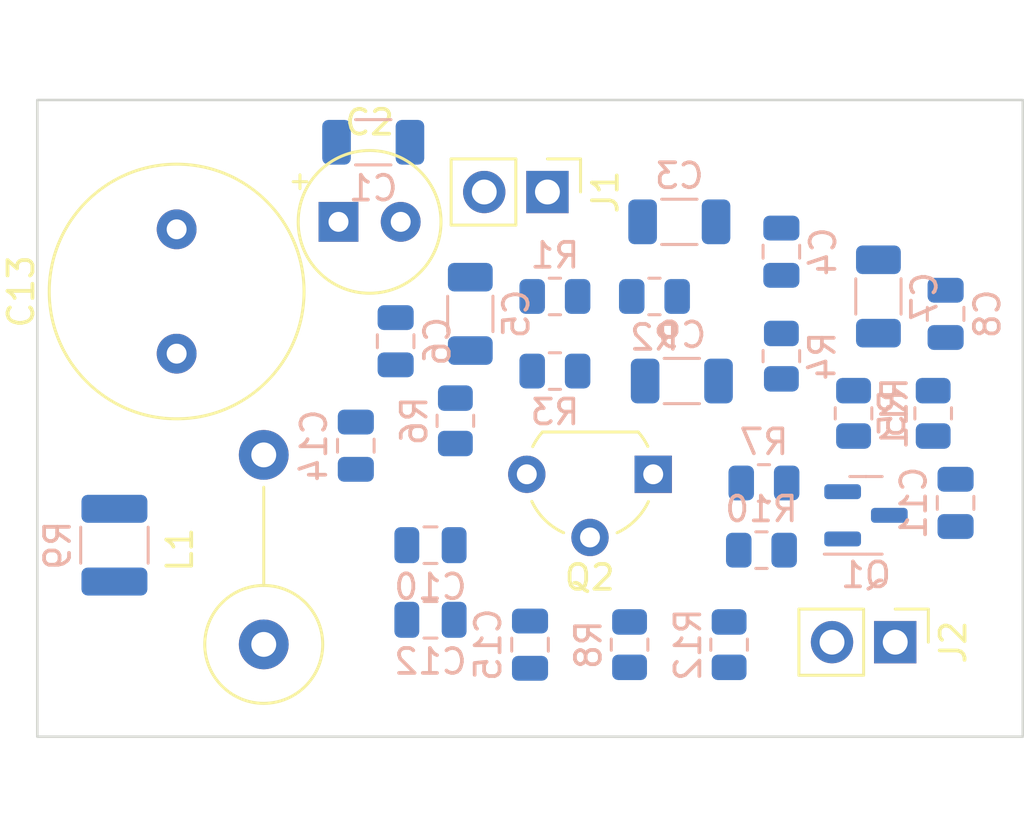
<source format=kicad_pcb>
(kicad_pcb (version 20211014) (generator pcbnew)
  (layers (0 "F.Cu" signal) (31 "B.Cu" signal) (34 "B.Paste" user) (35 "F.Paste" user) (36 "B.SilkS" user "B.Silkscreen") (37 "F.SilkS" user "F.Silkscreen") (38 "B.Mask" user) (39 "F.Mask" user) (44 "Edge.Cuts" user))
  (net 0 "")
  (net 1 "GND")
  (net 2 "+12V")
  (net 3 "Net-(C10-Pad1)")
  (net 4 "Net-(C10-Pad2)")
  (net 5 "Net-(Q1-Pad1)")
  (net 6 "Net-(Q1-Pad3)")
  (net 7 "Net-(C11-Pad1)")
  (net 8 "Net-(C3-Pad1)")
  (net 9 "Net-(C7-Pad1)")
  (net 10 "Net-(C9-Pad1)")
  (net 11 "Net-(C9-Pad2)")
  (net 12 "Net-(C12-Pad2)")
  (net 13 "Net-(C11-Pad2)")
  (footprint "Connector_PinHeader_2.54mm:PinHeader_1x02_P2.54mm_Vertical" (layer "F.Cu") (at 134.675 87.9 -90)
    (fp_text reference "J2" (at 0 -2.33 90) (layer "F.SilkS"))
    (fp_text value "Conn_01x02_Female")
    (fp_line (start -1.33 1.27) (end -1.33 3.87) (layer "F.SilkS") (width 0.12))
    (fp_line (start -1.33 1.27) (end 1.33 1.27) (layer "F.SilkS") (width 0.12))
    (fp_line (start 1.33 1.27) (end 1.33 3.87) (layer "F.SilkS") (width 0.12))
    (fp_line (start -1.33 -1.33) (end 0 -1.33) (layer "F.SilkS") (width 0.12))
    (fp_line (start -1.33 3.87) (end 1.33 3.87) (layer "F.SilkS") (width 0.12))
    (fp_line (start -1.33 0) (end -1.33 -1.33) (layer "F.SilkS") (width 0.12))
    (pad "1" thru_hole rect (at 0 0 270) (size 1.7 1.7) (drill 1) (layers *.Cu *.Mask) (net 13 "Net-(C11-Pad2)"))
    (pad "2" thru_hole oval (at 0 2.54 270) (size 1.7 1.7) (drill 1) (layers *.Cu *.Mask) (net 1 "GND"))
  )
  (footprint "Capacitor_THT:C_Radial_D10.0mm_H12.5mm_P5.00mm" (layer "F.Cu") (at 105.8 76.3 90)
    (fp_text reference "C13" (at 2.5 -6.25 90) (layer "F.SilkS"))
    (fp_text value "3-12pF")
    (fp_circle (center 2.5 0) (end 7.62 0) (layer "F.SilkS") (width 0.12) (fill none))
    (pad "1" thru_hole circle (at 0 0 90) (size 1.6 1.6) (drill 0.8) (layers *.Cu *.Mask) (net 3 "Net-(C10-Pad1)"))
    (pad "2" thru_hole circle (at 5 0 90) (size 1.6 1.6) (drill 0.8) (layers *.Cu *.Mask) (net 1 "GND"))
  )
  (footprint "Capacitor_THT:CP_Radial_Tantal_D5.5mm_P2.50mm" (layer "F.Cu") (at 112.303631 71)
    (fp_text reference "C2" (at 1.25 -4) (layer "F.SilkS"))
    (fp_text value "47u/16V")
    (fp_line (start -1.547262 -1.89) (end -1.547262 -1.34) (layer "F.SilkS") (width 0.12))
    (fp_line (start -1.822262 -1.615) (end -1.272262 -1.615) (layer "F.SilkS") (width 0.12))
    (fp_circle (center 1.25 0) (end 4.12 0) (layer "F.SilkS") (width 0.12) (fill none))
    (pad "1" thru_hole rect (at 0 0) (size 1.6 1.6) (drill 0.8) (layers *.Cu *.Mask) (net 2 "+12V"))
    (pad "2" thru_hole circle (at 2.5 0) (size 1.6 1.6) (drill 0.8) (layers *.Cu *.Mask) (net 1 "GND"))
  )
  (footprint "Connector_PinHeader_2.54mm:PinHeader_1x02_P2.54mm_Vertical" (layer "F.Cu") (at 120.7 69.8 -90)
    (fp_text reference "J1" (at 0 -2.33 90) (layer "F.SilkS"))
    (fp_text value "Conn_01x02_Female")
    (fp_line (start -1.33 1.27) (end -1.33 3.87) (layer "F.SilkS") (width 0.12))
    (fp_line (start 1.33 1.27) (end 1.33 3.87) (layer "F.SilkS") (width 0.12))
    (fp_line (start -1.33 1.27) (end 1.33 1.27) (layer "F.SilkS") (width 0.12))
    (fp_line (start -1.33 -1.33) (end 0 -1.33) (layer "F.SilkS") (width 0.12))
    (fp_line (start -1.33 3.87) (end 1.33 3.87) (layer "F.SilkS") (width 0.12))
    (fp_line (start -1.33 0) (end -1.33 -1.33) (layer "F.SilkS") (width 0.12))
    (pad "1" thru_hole rect (at 0 0 270) (size 1.7 1.7) (drill 1) (layers *.Cu *.Mask) (net 2 "+12V"))
    (pad "2" thru_hole oval (at 0 2.54 270) (size 1.7 1.7) (drill 1) (layers *.Cu *.Mask) (net 1 "GND"))
  )
  (footprint "Package_TO_SOT_THT:TO-92L_Wide" (layer "F.Cu") (at 124.95 81.15 180)
    (fp_text reference "Q2" (at 2.55 -4.15) (layer "F.SilkS"))
    (fp_text value "BF240")
    (fp_line (start 0.6 1.7) (end 4.45 1.7) (layer "F.SilkS") (width 0.12))
    (fp_arc (start 0.192226 -1.094786) (mid 0.710119 -1.833613) (end 1.45 -2.35) (layer "F.SilkS") (width 0.12))
    (fp_arc (start 4.842383 1.112264) (mid 4.666594 1.419753) (end 4.45 1.7) (layer "F.SilkS") (width 0.12))
    (fp_arc (start 0.6 1.7) (mid 0.389183 1.423933) (end 0.217369 1.122045) (layer "F.SilkS") (width 0.12))
    (fp_arc (start 3.6 -2.35) (mid 4.351408 -1.834367) (end 4.876463 -1.089513) (layer "F.SilkS") (width 0.12))
    (pad "1" thru_hole rect (at 0 0 180) (size 1.5 1.5) (drill 0.8) (layers *.Cu *.Mask) (net 11 "Net-(C9-Pad2)"))
    (pad "2" thru_hole circle (at 2.54 -2.54 180) (size 1.5 1.5) (drill 0.8) (layers *.Cu *.Mask) (net 12 "Net-(C12-Pad2)"))
    (pad "3" thru_hole circle (at 5.08 0 180) (size 1.5 1.5) (drill 0.8) (layers *.Cu *.Mask) (net 4 "Net-(C10-Pad2)"))
  )
  (footprint "Inductor_THT:L_Axial_L14.0mm_D4.5mm_P7.62mm_Vertical_Fastron_LACC" (layer "F.Cu") (at 109.3 87.99 90)
    (fp_text reference "L1" (at 3.81 -3.37 90) (layer "F.SilkS"))
    (fp_text value "48nH")
    (fp_line (start 2.37 0) (end 6.32 0) (layer "F.SilkS") (width 0.12))
    (fp_circle (center 0 0) (end 2.37 0) (layer "F.SilkS") (width 0.12) (fill none))
    (pad "1" thru_hole circle (at 0 0 90) (size 2 2) (drill 1) (layers *.Cu *.Mask) (net 1 "GND"))
    (pad "2" thru_hole oval (at 7.62 0 90) (size 2 2) (drill 1) (layers *.Cu *.Mask) (net 3 "Net-(C10-Pad1)"))
  )
  (footprint "Resistor_SMD:R_1210_3225Metric" (layer "B.Cu") (at 103.3 84 -90)
    (fp_text reference "R9" (at 0 2.28 90) (layer "B.SilkS") (effects (justify mirror)))
    (fp_text value "R_Small")
    (fp_line (start -0.723737 -1.355) (end 0.723737 -1.355) (layer "B.SilkS") (width 0.12))
    (fp_line (start -0.723737 1.355) (end 0.723737 1.355) (layer "B.SilkS") (width 0.12))
    (pad "1" smd roundrect (at -1.4625 0 270) (size 1.125 2.65) (layers "B.Cu" "B.Paste" "B.Mask") (roundrect_rratio 0.222222) (net 3 "Net-(C10-Pad1)"))
    (pad "2" smd roundrect (at 1.4625 0 270) (size 1.125 2.65) (layers "B.Cu" "B.Paste" "B.Mask") (roundrect_rratio 0.222222) (net 1 "GND"))
  )
  (footprint "Resistor_SMD:R_0805_2012Metric" (layer "B.Cu") (at 121 74 180)
    (fp_text reference "R1" (at 0 1.65) (layer "B.SilkS") (effects (justify mirror)))
    (fp_text value "100")
    (fp_line (start -0.227064 -0.735) (end 0.227064 -0.735) (layer "B.SilkS") (width 0.12))
    (fp_line (start -0.227064 0.735) (end 0.227064 0.735) (layer "B.SilkS") (width 0.12))
    (pad "1" smd roundrect (at -0.9125 0 180) (size 1.025 1.4) (layers "B.Cu" "B.Paste" "B.Mask") (roundrect_rratio 0.243902) (net 8 "Net-(C3-Pad1)"))
    (pad "2" smd roundrect (at 0.9125 0 180) (size 1.025 1.4) (layers "B.Cu" "B.Paste" "B.Mask") (roundrect_rratio 0.243902) (net 2 "+12V"))
  )
  (footprint "Capacitor_SMD:C_0805_2012Metric" (layer "B.Cu") (at 113 80 -90)
    (fp_text reference "C14" (at 0 1.68 90) (layer "B.SilkS") (effects (justify mirror)))
    (fp_text value "33p")
    (fp_line (start -0.261252 -0.735) (end 0.261252 -0.735) (layer "B.SilkS") (width 0.12))
    (fp_line (start -0.261252 0.735) (end 0.261252 0.735) (layer "B.SilkS") (width 0.12))
    (pad "1" smd roundrect (at -0.95 0 270) (size 1 1.45) (layers "B.Cu" "B.Paste" "B.Mask") (net 1 "GND"))
    (pad "2" smd roundrect (at 0.95 0 270) (size 1 1.45) (layers "B.Cu" "B.Paste" "B.Mask") (net 3 "Net-(C10-Pad1)"))
  )
  (footprint "Capacitor_SMD:C_0805_2012Metric" (layer "B.Cu") (at 114.6 75.8 90)
    (fp_text reference "C6" (at 0 1.68 90) (layer "B.SilkS") (effects (justify mirror)))
    (fp_text value "1n")
    (fp_line (start -0.261252 -0.735) (end 0.261252 -0.735) (layer "B.SilkS") (width 0.12))
    (fp_line (start -0.261252 0.735) (end 0.261252 0.735) (layer "B.SilkS") (width 0.12))
    (pad "1" smd roundrect (at -0.95 0 90) (size 1 1.45) (layers "B.Cu" "B.Paste" "B.Mask") (net 2 "+12V"))
    (pad "2" smd roundrect (at 0.95 0 90) (size 1 1.45) (layers "B.Cu" "B.Paste" "B.Mask") (net 1 "GND"))
  )
  (footprint "Resistor_SMD:R_0805_2012Metric" (layer "B.Cu") (at 129.4 81.5 180)
    (fp_text reference "R7" (at 0 1.65) (layer "B.SilkS") (effects (justify mirror)))
    (fp_text value "51")
    (fp_line (start -0.227064 0.735) (end 0.227064 0.735) (layer "B.SilkS") (width 0.12))
    (fp_line (start -0.227064 -0.735) (end 0.227064 -0.735) (layer "B.SilkS") (width 0.12))
    (pad "1" smd roundrect (at -0.9125 0 180) (size 1.025 1.4) (layers "B.Cu" "B.Paste" "B.Mask") (roundrect_rratio 0.243902) (net 5 "Net-(Q1-Pad1)"))
    (pad "2" smd roundrect (at 0.9125 0 180) (size 1.025 1.4) (layers "B.Cu" "B.Paste" "B.Mask") (roundrect_rratio 0.243902) (net 10 "Net-(C9-Pad1)"))
  )
  (footprint "Capacitor_SMD:C_1206_3216Metric" (layer "B.Cu") (at 126 71 180)
    (fp_text reference "C3" (at 0 1.85) (layer "B.SilkS") (effects (justify mirror)))
    (fp_text value "47n")
    (fp_line (start -0.711252 0.91) (end 0.711252 0.91) (layer "B.SilkS") (width 0.12))
    (fp_line (start -0.711252 -0.91) (end 0.711252 -0.91) (layer "B.SilkS") (width 0.12))
    (pad "1" smd roundrect (at -1.475 0 180) (size 1.15 1.8) (layers "B.Cu" "B.Paste" "B.Mask") (roundrect_rratio 0.217391) (net 8 "Net-(C3-Pad1)"))
    (pad "2" smd roundrect (at 1.475 0 180) (size 1.15 1.8) (layers "B.Cu" "B.Paste" "B.Mask") (roundrect_rratio 0.217391) (net 1 "GND"))
  )
  (footprint "Resistor_SMD:R_0805_2012Metric" (layer "B.Cu") (at 125 74)
    (fp_text reference "R2" (at 0 1.65) (layer "B.SilkS") (effects (justify mirror)))
    (fp_text value "51")
    (fp_line (start -0.227064 0.735) (end 0.227064 0.735) (layer "B.SilkS") (width 0.12))
    (fp_line (start -0.227064 -0.735) (end 0.227064 -0.735) (layer "B.SilkS") (width 0.12))
    (pad "1" smd roundrect (at -0.9125 0) (size 1.025 1.4) (layers "B.Cu" "B.Paste" "B.Mask") (roundrect_rratio 0.243902) (net 2 "+12V"))
    (pad "2" smd roundrect (at 0.9125 0) (size 1.025 1.4) (layers "B.Cu" "B.Paste" "B.Mask") (roundrect_rratio 0.243902) (net 9 "Net-(C7-Pad1)"))
  )
  (footprint "Capacitor_SMD:C_0805_2012Metric" (layer "B.Cu") (at 120 88 -90)
    (fp_text reference "C15" (at 0 1.68 90) (layer "B.SilkS") (effects (justify mirror)))
    (fp_text value "16p")
    (fp_line (start -0.261252 0.735) (end 0.261252 0.735) (layer "B.SilkS") (width 0.12))
    (fp_line (start -0.261252 -0.735) (end 0.261252 -0.735) (layer "B.SilkS") (width 0.12))
    (pad "1" smd roundrect (at -0.95 0 270) (size 1 1.45) (layers "B.Cu" "B.Paste" "B.Mask") (net 12 "Net-(C12-Pad2)"))
    (pad "2" smd roundrect (at 0.95 0 270) (size 1 1.45) (layers "B.Cu" "B.Paste" "B.Mask") (net 1 "GND"))
  )
  (footprint "Capacitor_SMD:C_1206_3216Metric" (layer "B.Cu") (at 134 74 90)
    (fp_text reference "C7" (at 0 1.85 90) (layer "B.SilkS") (effects (justify mirror)))
    (fp_text value "47n")
    (fp_line (start -0.711252 0.91) (end 0.711252 0.91) (layer "B.SilkS") (width 0.12))
    (fp_line (start -0.711252 -0.91) (end 0.711252 -0.91) (layer "B.SilkS") (width 0.12))
    (pad "1" smd roundrect (at -1.475 0 90) (size 1.15 1.8) (layers "B.Cu" "B.Paste" "B.Mask") (roundrect_rratio 0.217391) (net 9 "Net-(C7-Pad1)"))
    (pad "2" smd roundrect (at 1.475 0 90) (size 1.15 1.8) (layers "B.Cu" "B.Paste" "B.Mask") (roundrect_rratio 0.217391) (net 1 "GND"))
  )
  (footprint "Capacitor_SMD:C_0805_2012Metric" (layer "B.Cu") (at 116 84)
    (fp_text reference "C10" (at 0 1.68) (layer "B.SilkS") (effects (justify mirror)))
    (fp_text value "5.6p")
    (fp_line (start -0.261252 0.735) (end 0.261252 0.735) (layer "B.SilkS") (width 0.12))
    (fp_line (start -0.261252 -0.735) (end 0.261252 -0.735) (layer "B.SilkS") (width 0.12))
    (pad "1" smd roundrect (at -0.95 0) (size 1 1.45) (layers "B.Cu" "B.Paste" "B.Mask") (net 3 "Net-(C10-Pad1)"))
    (pad "2" smd roundrect (at 0.95 0) (size 1 1.45) (layers "B.Cu" "B.Paste" "B.Mask") (net 4 "Net-(C10-Pad2)"))
  )
  (footprint "Resistor_SMD:R_0805_2012Metric" (layer "B.Cu") (at 130.1 76.4 90)
    (fp_text reference "R4" (at 0 1.65 90) (layer "B.SilkS") (effects (justify mirror)))
    (fp_text value "4k7")
    (fp_line (start -0.227064 -0.735) (end 0.227064 -0.735) (layer "B.SilkS") (width 0.12))
    (fp_line (start -0.227064 0.735) (end 0.227064 0.735) (layer "B.SilkS") (width 0.12))
    (pad "1" smd roundrect (at -0.9125 0 90) (size 1.025 1.4) (layers "B.Cu" "B.Paste" "B.Mask") (roundrect_rratio 0.243902) (net 10 "Net-(C9-Pad1)"))
    (pad "2" smd roundrect (at 0.9125 0 90) (size 1.025 1.4) (layers "B.Cu" "B.Paste" "B.Mask") (roundrect_rratio 0.243902) (net 9 "Net-(C7-Pad1)"))
  )
  (footprint "Capacitor_SMD:C_0805_2012Metric" (layer "B.Cu") (at 136.7 74.7 90)
    (fp_text reference "C8" (at 0 1.68 90) (layer "B.SilkS") (effects (justify mirror)))
    (fp_text value "2n2")
    (fp_line (start -0.261252 0.735) (end 0.261252 0.735) (layer "B.SilkS") (width 0.12))
    (fp_line (start -0.261252 -0.735) (end 0.261252 -0.735) (layer "B.SilkS") (width 0.12))
    (pad "1" smd roundrect (at -0.95 0 90) (size 1 1.45) (layers "B.Cu" "B.Paste" "B.Mask") (net 9 "Net-(C7-Pad1)"))
    (pad "2" smd roundrect (at 0.95 0 90) (size 1 1.45) (layers "B.Cu" "B.Paste" "B.Mask") (net 1 "GND"))
  )
  (footprint "Capacitor_SMD:C_1206_3216Metric" (layer "B.Cu") (at 117.6 74.7 90)
    (fp_text reference "C5" (at 0 1.85 90) (layer "B.SilkS") (effects (justify mirror)))
    (fp_text value "100n")
    (fp_line (start -0.711252 0.91) (end 0.711252 0.91) (layer "B.SilkS") (width 0.12))
    (fp_line (start -0.711252 -0.91) (end 0.711252 -0.91) (layer "B.SilkS") (width 0.12))
    (pad "1" smd roundrect (at -1.475 0 90) (size 1.15 1.8) (layers "B.Cu" "B.Paste" "B.Mask") (roundrect_rratio 0.217391) (net 2 "+12V"))
    (pad "2" smd roundrect (at 1.475 0 90) (size 1.15 1.8) (layers "B.Cu" "B.Paste" "B.Mask") (roundrect_rratio 0.217391) (net 1 "GND"))
  )
  (footprint "Capacitor_SMD:C_0805_2012Metric" (layer "B.Cu") (at 137.1 82.3 -90)
    (fp_text reference "C11" (at 0 1.68 90) (layer "B.SilkS") (effects (justify mirror)))
    (fp_text value "47n")
    (fp_line (start -0.261252 0.735) (end 0.261252 0.735) (layer "B.SilkS") (width 0.12))
    (fp_line (start -0.261252 -0.735) (end 0.261252 -0.735) (layer "B.SilkS") (width 0.12))
    (pad "1" smd roundrect (at -0.95 0 270) (size 1 1.45) (layers "B.Cu" "B.Paste" "B.Mask") (net 7 "Net-(C11-Pad1)"))
    (pad "2" smd roundrect (at 0.95 0 270) (size 1 1.45) (layers "B.Cu" "B.Paste" "B.Mask") (net 13 "Net-(C11-Pad2)"))
  )
  (footprint "Capacitor_SMD:C_0805_2012Metric" (layer "B.Cu") (at 116 87)
    (fp_text reference "C12" (at 0 1.68) (layer "B.SilkS") (effects (justify mirror)))
    (fp_text value "24p")
    (fp_line (start -0.261252 0.735) (end 0.261252 0.735) (layer "B.SilkS") (width 0.12))
    (fp_line (start -0.261252 -0.735) (end 0.261252 -0.735) (layer "B.SilkS") (width 0.12))
    (pad "1" smd roundrect (at -0.95 0) (size 1 1.45) (layers "B.Cu" "B.Paste" "B.Mask") (net 4 "Net-(C10-Pad2)"))
    (pad "2" smd roundrect (at 0.95 0) (size 1 1.45) (layers "B.Cu" "B.Paste" "B.Mask") (net 12 "Net-(C12-Pad2)"))
  )
  (footprint "Resistor_SMD:R_0805_2012Metric" (layer "B.Cu") (at 121 77)
    (fp_text reference "R3" (at 0 1.65) (layer "B.SilkS") (effects (justify mirror)))
    (fp_text value "1k3")
    (fp_line (start -0.227064 -0.735) (end 0.227064 -0.735) (layer "B.SilkS") (width 0.12))
    (fp_line (start -0.227064 0.735) (end 0.227064 0.735) (layer "B.SilkS") (width 0.12))
    (pad "1" smd roundrect (at -0.9125 0) (size 1.025 1.4) (layers "B.Cu" "B.Paste" "B.Mask") (roundrect_rratio 0.243902) (net 8 "Net-(C3-Pad1)"))
    (pad "2" smd roundrect (at 0.9125 0) (size 1.025 1.4) (layers "B.Cu" "B.Paste" "B.Mask") (roundrect_rratio 0.243902) (net 11 "Net-(C9-Pad2)"))
  )
  (footprint "Resistor_SMD:R_0805_2012Metric" (layer "B.Cu") (at 124 88 -90)
    (fp_text reference "R8" (at 0 1.65 90) (layer "B.SilkS") (effects (justify mirror)))
    (fp_text value "2k7")
    (fp_line (start -0.227064 -0.735) (end 0.227064 -0.735) (layer "B.SilkS") (width 0.12))
    (fp_line (start -0.227064 0.735) (end 0.227064 0.735) (layer "B.SilkS") (width 0.12))
    (pad "1" smd roundrect (at -0.9125 0 270) (size 1.025 1.4) (layers "B.Cu" "B.Paste" "B.Mask") (roundrect_rratio 0.243902) (net 4 "Net-(C10-Pad2)"))
    (pad "2" smd roundrect (at 0.9125 0 270) (size 1.025 1.4) (layers "B.Cu" "B.Paste" "B.Mask") (roundrect_rratio 0.243902) (net 1 "GND"))
  )
  (footprint "Resistor_SMD:R_0805_2012Metric" (layer "B.Cu") (at 136.2 78.7 -90)
    (fp_text reference "R5" (at 0 1.65 90) (layer "B.SilkS") (effects (justify mirror)))
    (fp_text value "33")
    (fp_line (start -0.227064 -0.735) (end 0.227064 -0.735) (layer "B.SilkS") (width 0.12))
    (fp_line (start -0.227064 0.735) (end 0.227064 0.735) (layer "B.SilkS") (width 0.12))
    (pad "1" smd roundrect (at -0.9125 0 270) (size 1.025 1.4) (layers "B.Cu" "B.Paste" "B.Mask") (roundrect_rratio 0.243902) (net 9 "Net-(C7-Pad1)"))
    (pad "2" smd roundrect (at 0.9125 0 270) (size 1.025 1.4) (layers "B.Cu" "B.Paste" "B.Mask") (roundrect_rratio 0.243902) (net 6 "Net-(Q1-Pad3)"))
  )
  (footprint "Resistor_SMD:R_0805_2012Metric" (layer "B.Cu") (at 117 79 -90)
    (fp_text reference "R6" (at 0 1.65 90) (layer "B.SilkS") (effects (justify mirror)))
    (fp_text value "8k2")
    (fp_line (start -0.227064 0.735) (end 0.227064 0.735) (layer "B.SilkS") (width 0.12))
    (fp_line (start -0.227064 -0.735) (end 0.227064 -0.735) (layer "B.SilkS") (width 0.12))
    (pad "1" smd roundrect (at -0.9125 0 270) (size 1.025 1.4) (layers "B.Cu" "B.Paste" "B.Mask") (roundrect_rratio 0.243902) (net 8 "Net-(C3-Pad1)"))
    (pad "2" smd roundrect (at 0.9125 0 270) (size 1.025 1.4) (layers "B.Cu" "B.Paste" "B.Mask") (roundrect_rratio 0.243902) (net 4 "Net-(C10-Pad2)"))
  )
  (footprint "Capacitor_SMD:C_1206_3216Metric" (layer "B.Cu") (at 113.7 67.8)
    (fp_text reference "C1" (at 0 1.85) (layer "B.SilkS") (effects (justify mirror)))
    (fp_text value "100n")
    (fp_line (start -0.711252 -0.91) (end 0.711252 -0.91) (layer "B.SilkS") (width 0.12))
    (fp_line (start -0.711252 0.91) (end 0.711252 0.91) (layer "B.SilkS") (width 0.12))
    (pad "1" smd roundrect (at -1.475 0) (size 1.15 1.8) (layers "B.Cu" "B.Paste" "B.Mask") (roundrect_rratio 0.217391) (net 2 "+12V"))
    (pad "2" smd roundrect (at 1.475 0) (size 1.15 1.8) (layers "B.Cu" "B.Paste" "B.Mask") (roundrect_rratio 0.217391) (net 1 "GND"))
  )
  (footprint "Capacitor_SMD:C_0805_2012Metric" (layer "B.Cu") (at 130.1 72.2 90)
    (fp_text reference "C4" (at 0 1.68 90) (layer "B.SilkS") (effects (justify mirror)))
    (fp_text value "1n")
    (fp_line (start -0.261252 0.735) (end 0.261252 0.735) (layer "B.SilkS") (width 0.12))
    (fp_line (start -0.261252 -0.735) (end 0.261252 -0.735) (layer "B.SilkS") (width 0.12))
    (pad "1" smd roundrect (at -0.95 0 90) (size 1 1.45) (layers "B.Cu" "B.Paste" "B.Mask") (net 8 "Net-(C3-Pad1)"))
    (pad "2" smd roundrect (at 0.95 0 90) (size 1 1.45) (layers "B.Cu" "B.Paste" "B.Mask") (net 1 "GND"))
  )
  (footprint "Package_TO_SOT_SMD:SOT-23" (layer "B.Cu") (at 133.5 82.8)
    (fp_text reference "Q1" (at 0 2.4) (layer "B.SilkS") (effects (justify mirror)))
    (fp_text value "BFS17")
    (fp_line (start 0 -1.56) (end -0.65 -1.56) (layer "B.SilkS") (width 0.12))
    (fp_line (start 0 1.56) (end -1.675 1.56) (layer "B.SilkS") (width 0.12))
    (fp_line (start 0 -1.56) (end 0.65 -1.56) (layer "B.SilkS") (width 0.12))
    (fp_line (start 0 1.56) (end 0.65 1.56) (layer "B.SilkS") (width 0.12))
    (pad "1" smd roundrect (at -0.9375 0.95) (size 1.475 0.6) (layers "B.Cu" "B.Paste" "B.Mask") (net 5 "Net-(Q1-Pad1)"))
    (pad "2" smd roundrect (at -0.9375 -0.95) (size 1.475 0.6) (layers "B.Cu" "B.Paste" "B.Mask") (net 7 "Net-(C11-Pad1)"))
    (pad "3" smd roundrect (at 0.9375 0) (size 1.475 0.6) (layers "B.Cu" "B.Paste" "B.Mask") (net 6 "Net-(Q1-Pad3)"))
  )
  (footprint "Resistor_SMD:R_0805_2012Metric" (layer "B.Cu") (at 128 88 -90)
    (fp_text reference "R12" (at 0 1.65 90) (layer "B.SilkS") (effects (justify mirror)))
    (fp_text value "430")
    (fp_line (start -0.227064 0.735) (end 0.227064 0.735) (layer "B.SilkS") (width 0.12))
    (fp_line (start -0.227064 -0.735) (end 0.227064 -0.735) (layer "B.SilkS") (width 0.12))
    (pad "1" smd roundrect (at -0.9125 0 270) (size 1.025 1.4) (layers "B.Cu" "B.Paste" "B.Mask") (roundrect_rratio 0.243902) (net 12 "Net-(C12-Pad2)"))
    (pad "2" smd roundrect (at 0.9125 0 270) (size 1.025 1.4) (layers "B.Cu" "B.Paste" "B.Mask") (roundrect_rratio 0.243902) (net 1 "GND"))
  )
  (footprint "Resistor_SMD:R_0805_2012Metric" (layer "B.Cu") (at 129.3 84.2 180)
    (fp_text reference "R10" (at 0 1.65) (layer "B.SilkS") (effects (justify mirror)))
    (fp_text value "7k5")
    (fp_line (start -0.227064 0.735) (end 0.227064 0.735) (layer "B.SilkS") (width 0.12))
    (fp_line (start -0.227064 -0.735) (end 0.227064 -0.735) (layer "B.SilkS") (width 0.12))
    (pad "1" smd roundrect (at -0.9125 0 180) (size 1.025 1.4) (layers "B.Cu" "B.Paste" "B.Mask") (roundrect_rratio 0.243902) (net 1 "GND"))
    (pad "2" smd roundrect (at 0.9125 0 180) (size 1.025 1.4) (layers "B.Cu" "B.Paste" "B.Mask") (roundrect_rratio 0.243902) (net 10 "Net-(C9-Pad1)"))
  )
  (footprint "Resistor_SMD:R_0805_2012Metric" (layer "B.Cu") (at 133 78.7 90)
    (fp_text reference "R11" (at 0 1.65 90) (layer "B.SilkS") (effects (justify mirror)))
    (fp_text value "300")
    (fp_line (start -0.227064 0.735) (end 0.227064 0.735) (layer "B.SilkS") (width 0.12))
    (fp_line (start -0.227064 -0.735) (end 0.227064 -0.735) (layer "B.SilkS") (width 0.12))
    (pad "1" smd roundrect (at -0.9125 0 90) (size 1.025 1.4) (layers "B.Cu" "B.Paste" "B.Mask") (roundrect_rratio 0.243902) (net 7 "Net-(C11-Pad1)"))
    (pad "2" smd roundrect (at 0.9125 0 90) (size 1.025 1.4) (layers "B.Cu" "B.Paste" "B.Mask") (roundrect_rratio 0.243902) (net 1 "GND"))
  )
  (footprint "Capacitor_SMD:C_1206_3216Metric" (layer "B.Cu") (at 126.1 77.4 180)
    (fp_text reference "C9" (at 0 1.85) (layer "B.SilkS") (effects (justify mirror)))
    (fp_text value "47n")
    (fp_line (start -0.711252 0.91) (end 0.711252 0.91) (layer "B.SilkS") (width 0.12))
    (fp_line (start -0.711252 -0.91) (end 0.711252 -0.91) (layer "B.SilkS") (width 0.12))
    (pad "1" smd roundrect (at -1.475 0 180) (size 1.15 1.8) (layers "B.Cu" "B.Paste" "B.Mask") (roundrect_rratio 0.217391) (net 10 "Net-(C9-Pad1)"))
    (pad "2" smd roundrect (at 1.475 0 180) (size 1.15 1.8) (layers "B.Cu" "B.Paste" "B.Mask") (roundrect_rratio 0.217391) (net 11 "Net-(C9-Pad2)"))
  )
  (gr_rect (start 100.2 66.1) (end 139.8 91.7) (layer "Edge.Cuts") (width 0.1) (fill none))
)
</source>
